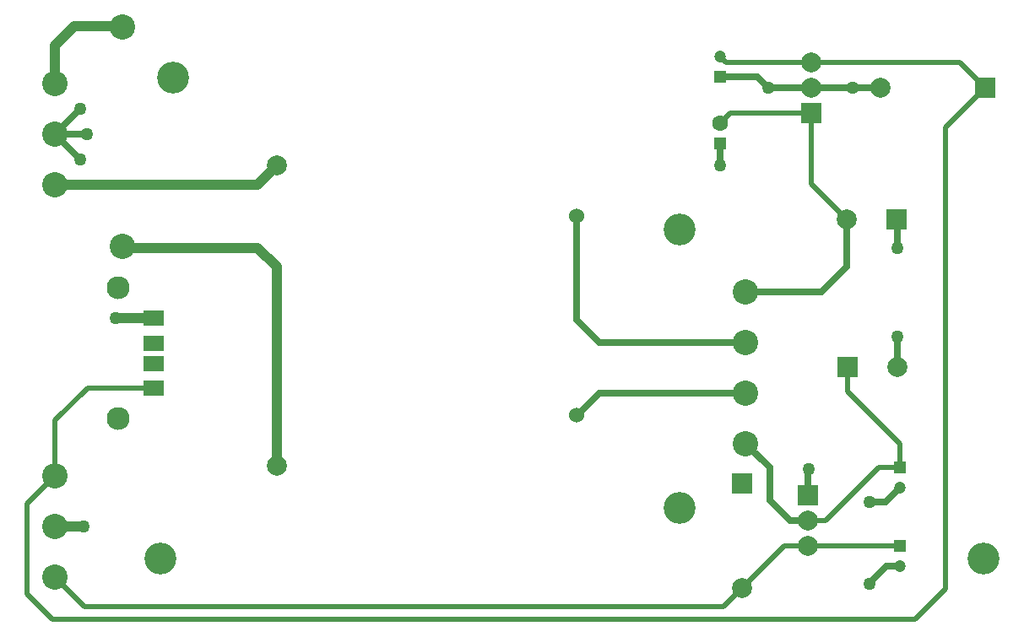
<source format=gbl>
G04 Layer_Physical_Order=2*
G04 Layer_Color=16711680*
%FSLAX25Y25*%
%MOIN*%
G70*
G01*
G75*
%ADD10C,0.02500*%
%ADD11C,0.10000*%
%ADD12C,0.06000*%
%ADD13C,0.07874*%
%ADD14R,0.07874X0.07874*%
%ADD15R,0.07874X0.07874*%
%ADD16C,0.06299*%
%ADD17R,0.04724X0.04724*%
%ADD18C,0.04724*%
%ADD19R,0.07874X0.06000*%
%ADD20C,0.09055*%
%ADD21C,0.12600*%
%ADD22C,0.05000*%
%ADD23C,0.03937*%
%ADD24C,0.02000*%
D10*
X166808Y-38269D02*
X167282D01*
X251016Y-79836D02*
X258316D01*
X243016Y-71836D02*
X251016Y-79836D01*
X243016Y-71836D02*
Y-58936D01*
X233916Y-49836D02*
X243016Y-58936D01*
X273406Y39054D02*
X273516Y39164D01*
X273406Y20354D02*
Y39054D01*
X263406Y10354D02*
X273406Y20354D01*
X233406Y10354D02*
X263406D01*
X167282Y-38269D02*
X175906Y-29646D01*
X233406D01*
X166808Y-549D02*
Y40231D01*
Y-549D02*
X175906Y-9646D01*
X233406D01*
X242596Y91164D02*
X259516D01*
X238150Y95610D02*
X242596Y91164D01*
X223396Y95610D02*
X238150D01*
X259516Y91164D02*
X275906D01*
X286925D01*
X223516Y60464D02*
Y69164D01*
X258316Y-69836D02*
Y-59736D01*
X258406Y-59646D01*
X293496Y-19186D02*
Y-7236D01*
X293406Y-7146D02*
X293496Y-7236D01*
X293406Y27854D02*
Y38959D01*
X293201Y39164D02*
X293406Y38959D01*
X-39094Y72854D02*
X-29094Y82854D01*
X-39094Y72854D02*
X-26594D01*
X-39094D02*
X-29094Y62854D01*
X288851Y-72500D02*
X294516Y-66836D01*
X282500Y-72500D02*
X288851D01*
X289096Y-97836D02*
X294516D01*
X282500Y-104431D02*
X289096Y-97836D01*
X282500Y-105000D02*
Y-104431D01*
D11*
X-12500Y28386D02*
D03*
Y115000D02*
D03*
X-39094Y52854D02*
D03*
Y72854D02*
D03*
Y92854D02*
D03*
Y-62146D02*
D03*
Y-82146D02*
D03*
Y-102146D02*
D03*
X233406Y10354D02*
D03*
Y-9646D02*
D03*
Y-29646D02*
D03*
Y-49646D02*
D03*
D12*
X166906Y40354D02*
D03*
Y-38146D02*
D03*
D13*
X48406Y-58146D02*
D03*
Y60354D02*
D03*
X259516Y91164D02*
D03*
Y101164D02*
D03*
X293496Y-19186D02*
D03*
X273516Y39164D02*
D03*
X286925Y91164D02*
D03*
X232296Y-106436D02*
D03*
X258316Y-79836D02*
D03*
Y-89836D02*
D03*
D14*
X259516Y81164D02*
D03*
X232296Y-65255D02*
D03*
X258316Y-69836D02*
D03*
D15*
X273811Y-19186D02*
D03*
X293201Y39164D02*
D03*
X328106Y91164D02*
D03*
D16*
X223516Y77038D02*
D03*
D17*
Y69164D02*
D03*
X294516Y-58962D02*
D03*
Y-89962D02*
D03*
X223396Y95610D02*
D03*
D18*
X294516Y-66836D02*
D03*
Y-97836D02*
D03*
X223396Y103484D02*
D03*
D19*
X0Y0D02*
D03*
Y-9843D02*
D03*
Y-17717D02*
D03*
Y-27559D02*
D03*
D20*
X-14094Y12087D02*
D03*
Y-39646D02*
D03*
D21*
X7516Y95164D02*
D03*
X2516Y-94836D02*
D03*
X207516Y35164D02*
D03*
Y-74836D02*
D03*
X327516Y-94836D02*
D03*
D22*
X-27854Y-82146D02*
D03*
X-15000Y0D02*
D03*
X293406Y27854D02*
D03*
Y-7146D02*
D03*
X275906Y91164D02*
D03*
X242596D02*
D03*
X223406Y60354D02*
D03*
X258406Y-59646D02*
D03*
X-29094Y82854D02*
D03*
X-26594Y72854D02*
D03*
X-29094Y62854D02*
D03*
X282500Y-72500D02*
D03*
Y-105000D02*
D03*
D23*
X-31594Y115354D02*
X-11594D01*
X-39094Y-82146D02*
X-27854D01*
X-15000Y0D02*
X0D01*
X48406Y-58146D02*
Y20354D01*
X40906Y27854D02*
X48406Y20354D01*
X-10709Y27854D02*
X40906D01*
X-11594Y28740D02*
X-10709Y27854D01*
X-39094Y107854D02*
X-31594Y115354D01*
X-39094Y92854D02*
Y107854D01*
X40906Y52854D02*
X48406Y60354D01*
X-39094Y52854D02*
X40906D01*
D24*
X-26327Y-27559D02*
X0D01*
X-39094Y-40326D02*
X-26327Y-27559D01*
X-39094Y-62146D02*
Y-40326D01*
X-50204Y-73256D02*
X-39094Y-62146D01*
X-50204Y-108735D02*
Y-73256D01*
Y-108735D02*
X-40104Y-118836D01*
X300516D01*
X-39094Y-102146D02*
X-27404Y-113836D01*
X286190Y-58962D02*
X294516D01*
X265316Y-79836D02*
X286190Y-58962D01*
X258516Y-79836D02*
X265316D01*
X258316Y-89836D02*
X276416D01*
X248896D02*
X258316D01*
X276416D02*
X276542Y-89962D01*
X294516D01*
X259516Y53164D02*
Y81164D01*
Y53164D02*
X273516Y39164D01*
X232296Y-106436D02*
X248896Y-89836D01*
X-27404Y-113836D02*
X224896D01*
X232296Y-106436D01*
X223516Y77038D02*
X227642Y81164D01*
X259516D01*
X223396Y103484D02*
X225716Y101164D01*
X259516D01*
X312516Y75574D02*
X328106Y91164D01*
X312516Y-106836D02*
Y75574D01*
X300516Y-118836D02*
X312516Y-106836D01*
X259516Y101164D02*
X318106D01*
X328106Y91164D01*
X273811Y-28851D02*
Y-19186D01*
Y-28851D02*
X294516Y-49556D01*
Y-58962D02*
Y-49556D01*
M02*

</source>
